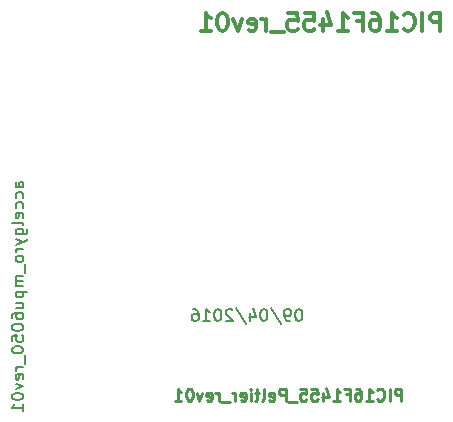
<source format=gbo>
G04 #@! TF.FileFunction,Legend,Bot*
%FSLAX46Y46*%
G04 Gerber Fmt 4.6, Leading zero omitted, Abs format (unit mm)*
G04 Created by KiCad (PCBNEW 4.0.3+e1-6302~38~ubuntu14.04.1-stable) date Sun Sep  4 16:46:07 2016*
%MOMM*%
%LPD*%
G01*
G04 APERTURE LIST*
%ADD10C,0.150000*%
%ADD11C,0.300000*%
%ADD12C,0.250000*%
%ADD13C,0.200000*%
G04 APERTURE END LIST*
D10*
D11*
X183857140Y-58928571D02*
X183857140Y-57428571D01*
X183285712Y-57428571D01*
X183142854Y-57500000D01*
X183071426Y-57571429D01*
X182999997Y-57714286D01*
X182999997Y-57928571D01*
X183071426Y-58071429D01*
X183142854Y-58142857D01*
X183285712Y-58214286D01*
X183857140Y-58214286D01*
X182357140Y-58928571D02*
X182357140Y-57428571D01*
X180785711Y-58785714D02*
X180857140Y-58857143D01*
X181071426Y-58928571D01*
X181214283Y-58928571D01*
X181428568Y-58857143D01*
X181571426Y-58714286D01*
X181642854Y-58571429D01*
X181714283Y-58285714D01*
X181714283Y-58071429D01*
X181642854Y-57785714D01*
X181571426Y-57642857D01*
X181428568Y-57500000D01*
X181214283Y-57428571D01*
X181071426Y-57428571D01*
X180857140Y-57500000D01*
X180785711Y-57571429D01*
X179357140Y-58928571D02*
X180214283Y-58928571D01*
X179785711Y-58928571D02*
X179785711Y-57428571D01*
X179928568Y-57642857D01*
X180071426Y-57785714D01*
X180214283Y-57857143D01*
X178071426Y-57428571D02*
X178357140Y-57428571D01*
X178499997Y-57500000D01*
X178571426Y-57571429D01*
X178714283Y-57785714D01*
X178785712Y-58071429D01*
X178785712Y-58642857D01*
X178714283Y-58785714D01*
X178642855Y-58857143D01*
X178499997Y-58928571D01*
X178214283Y-58928571D01*
X178071426Y-58857143D01*
X177999997Y-58785714D01*
X177928569Y-58642857D01*
X177928569Y-58285714D01*
X177999997Y-58142857D01*
X178071426Y-58071429D01*
X178214283Y-58000000D01*
X178499997Y-58000000D01*
X178642855Y-58071429D01*
X178714283Y-58142857D01*
X178785712Y-58285714D01*
X176785712Y-58142857D02*
X177285712Y-58142857D01*
X177285712Y-58928571D02*
X177285712Y-57428571D01*
X176571426Y-57428571D01*
X175214284Y-58928571D02*
X176071427Y-58928571D01*
X175642855Y-58928571D02*
X175642855Y-57428571D01*
X175785712Y-57642857D01*
X175928570Y-57785714D01*
X176071427Y-57857143D01*
X173928570Y-57928571D02*
X173928570Y-58928571D01*
X174285713Y-57357143D02*
X174642856Y-58428571D01*
X173714284Y-58428571D01*
X172428570Y-57428571D02*
X173142856Y-57428571D01*
X173214285Y-58142857D01*
X173142856Y-58071429D01*
X172999999Y-58000000D01*
X172642856Y-58000000D01*
X172499999Y-58071429D01*
X172428570Y-58142857D01*
X172357142Y-58285714D01*
X172357142Y-58642857D01*
X172428570Y-58785714D01*
X172499999Y-58857143D01*
X172642856Y-58928571D01*
X172999999Y-58928571D01*
X173142856Y-58857143D01*
X173214285Y-58785714D01*
X170999999Y-57428571D02*
X171714285Y-57428571D01*
X171785714Y-58142857D01*
X171714285Y-58071429D01*
X171571428Y-58000000D01*
X171214285Y-58000000D01*
X171071428Y-58071429D01*
X170999999Y-58142857D01*
X170928571Y-58285714D01*
X170928571Y-58642857D01*
X170999999Y-58785714D01*
X171071428Y-58857143D01*
X171214285Y-58928571D01*
X171571428Y-58928571D01*
X171714285Y-58857143D01*
X171785714Y-58785714D01*
X170642857Y-59071429D02*
X169500000Y-59071429D01*
X169142857Y-58928571D02*
X169142857Y-57928571D01*
X169142857Y-58214286D02*
X169071429Y-58071429D01*
X169000000Y-58000000D01*
X168857143Y-57928571D01*
X168714286Y-57928571D01*
X167642858Y-58857143D02*
X167785715Y-58928571D01*
X168071429Y-58928571D01*
X168214286Y-58857143D01*
X168285715Y-58714286D01*
X168285715Y-58142857D01*
X168214286Y-58000000D01*
X168071429Y-57928571D01*
X167785715Y-57928571D01*
X167642858Y-58000000D01*
X167571429Y-58142857D01*
X167571429Y-58285714D01*
X168285715Y-58428571D01*
X167071429Y-57928571D02*
X166714286Y-58928571D01*
X166357144Y-57928571D01*
X165500001Y-57428571D02*
X165357144Y-57428571D01*
X165214287Y-57500000D01*
X165142858Y-57571429D01*
X165071429Y-57714286D01*
X165000001Y-58000000D01*
X165000001Y-58357143D01*
X165071429Y-58642857D01*
X165142858Y-58785714D01*
X165214287Y-58857143D01*
X165357144Y-58928571D01*
X165500001Y-58928571D01*
X165642858Y-58857143D01*
X165714287Y-58785714D01*
X165785715Y-58642857D01*
X165857144Y-58357143D01*
X165857144Y-58000000D01*
X165785715Y-57714286D01*
X165714287Y-57571429D01*
X165642858Y-57500000D01*
X165500001Y-57428571D01*
X163571430Y-58928571D02*
X164428573Y-58928571D01*
X164000001Y-58928571D02*
X164000001Y-57428571D01*
X164142858Y-57642857D01*
X164285716Y-57785714D01*
X164428573Y-57857143D01*
D12*
X180571430Y-90252381D02*
X180571430Y-89252381D01*
X180190477Y-89252381D01*
X180095239Y-89300000D01*
X180047620Y-89347619D01*
X180000001Y-89442857D01*
X180000001Y-89585714D01*
X180047620Y-89680952D01*
X180095239Y-89728571D01*
X180190477Y-89776190D01*
X180571430Y-89776190D01*
X179571430Y-90252381D02*
X179571430Y-89252381D01*
X178523811Y-90157143D02*
X178571430Y-90204762D01*
X178714287Y-90252381D01*
X178809525Y-90252381D01*
X178952383Y-90204762D01*
X179047621Y-90109524D01*
X179095240Y-90014286D01*
X179142859Y-89823810D01*
X179142859Y-89680952D01*
X179095240Y-89490476D01*
X179047621Y-89395238D01*
X178952383Y-89300000D01*
X178809525Y-89252381D01*
X178714287Y-89252381D01*
X178571430Y-89300000D01*
X178523811Y-89347619D01*
X177571430Y-90252381D02*
X178142859Y-90252381D01*
X177857145Y-90252381D02*
X177857145Y-89252381D01*
X177952383Y-89395238D01*
X178047621Y-89490476D01*
X178142859Y-89538095D01*
X176714287Y-89252381D02*
X176904764Y-89252381D01*
X177000002Y-89300000D01*
X177047621Y-89347619D01*
X177142859Y-89490476D01*
X177190478Y-89680952D01*
X177190478Y-90061905D01*
X177142859Y-90157143D01*
X177095240Y-90204762D01*
X177000002Y-90252381D01*
X176809525Y-90252381D01*
X176714287Y-90204762D01*
X176666668Y-90157143D01*
X176619049Y-90061905D01*
X176619049Y-89823810D01*
X176666668Y-89728571D01*
X176714287Y-89680952D01*
X176809525Y-89633333D01*
X177000002Y-89633333D01*
X177095240Y-89680952D01*
X177142859Y-89728571D01*
X177190478Y-89823810D01*
X175857144Y-89728571D02*
X176190478Y-89728571D01*
X176190478Y-90252381D02*
X176190478Y-89252381D01*
X175714287Y-89252381D01*
X174809525Y-90252381D02*
X175380954Y-90252381D01*
X175095240Y-90252381D02*
X175095240Y-89252381D01*
X175190478Y-89395238D01*
X175285716Y-89490476D01*
X175380954Y-89538095D01*
X173952382Y-89585714D02*
X173952382Y-90252381D01*
X174190478Y-89204762D02*
X174428573Y-89919048D01*
X173809525Y-89919048D01*
X172952382Y-89252381D02*
X173428573Y-89252381D01*
X173476192Y-89728571D01*
X173428573Y-89680952D01*
X173333335Y-89633333D01*
X173095239Y-89633333D01*
X173000001Y-89680952D01*
X172952382Y-89728571D01*
X172904763Y-89823810D01*
X172904763Y-90061905D01*
X172952382Y-90157143D01*
X173000001Y-90204762D01*
X173095239Y-90252381D01*
X173333335Y-90252381D01*
X173428573Y-90204762D01*
X173476192Y-90157143D01*
X172000001Y-89252381D02*
X172476192Y-89252381D01*
X172523811Y-89728571D01*
X172476192Y-89680952D01*
X172380954Y-89633333D01*
X172142858Y-89633333D01*
X172047620Y-89680952D01*
X172000001Y-89728571D01*
X171952382Y-89823810D01*
X171952382Y-90061905D01*
X172000001Y-90157143D01*
X172047620Y-90204762D01*
X172142858Y-90252381D01*
X172380954Y-90252381D01*
X172476192Y-90204762D01*
X172523811Y-90157143D01*
X171761906Y-90347619D02*
X171000001Y-90347619D01*
X170761906Y-90252381D02*
X170761906Y-89252381D01*
X170380953Y-89252381D01*
X170285715Y-89300000D01*
X170238096Y-89347619D01*
X170190477Y-89442857D01*
X170190477Y-89585714D01*
X170238096Y-89680952D01*
X170285715Y-89728571D01*
X170380953Y-89776190D01*
X170761906Y-89776190D01*
X169380953Y-90204762D02*
X169476191Y-90252381D01*
X169666668Y-90252381D01*
X169761906Y-90204762D01*
X169809525Y-90109524D01*
X169809525Y-89728571D01*
X169761906Y-89633333D01*
X169666668Y-89585714D01*
X169476191Y-89585714D01*
X169380953Y-89633333D01*
X169333334Y-89728571D01*
X169333334Y-89823810D01*
X169809525Y-89919048D01*
X168761906Y-90252381D02*
X168857144Y-90204762D01*
X168904763Y-90109524D01*
X168904763Y-89252381D01*
X168523810Y-89585714D02*
X168142858Y-89585714D01*
X168380953Y-89252381D02*
X168380953Y-90109524D01*
X168333334Y-90204762D01*
X168238096Y-90252381D01*
X168142858Y-90252381D01*
X167809524Y-90252381D02*
X167809524Y-89585714D01*
X167809524Y-89252381D02*
X167857143Y-89300000D01*
X167809524Y-89347619D01*
X167761905Y-89300000D01*
X167809524Y-89252381D01*
X167809524Y-89347619D01*
X166952381Y-90204762D02*
X167047619Y-90252381D01*
X167238096Y-90252381D01*
X167333334Y-90204762D01*
X167380953Y-90109524D01*
X167380953Y-89728571D01*
X167333334Y-89633333D01*
X167238096Y-89585714D01*
X167047619Y-89585714D01*
X166952381Y-89633333D01*
X166904762Y-89728571D01*
X166904762Y-89823810D01*
X167380953Y-89919048D01*
X166476191Y-90252381D02*
X166476191Y-89585714D01*
X166476191Y-89776190D02*
X166428572Y-89680952D01*
X166380953Y-89633333D01*
X166285715Y-89585714D01*
X166190476Y-89585714D01*
X166095238Y-90347619D02*
X165333333Y-90347619D01*
X165095238Y-90252381D02*
X165095238Y-89585714D01*
X165095238Y-89776190D02*
X165047619Y-89680952D01*
X165000000Y-89633333D01*
X164904762Y-89585714D01*
X164809523Y-89585714D01*
X164095237Y-90204762D02*
X164190475Y-90252381D01*
X164380952Y-90252381D01*
X164476190Y-90204762D01*
X164523809Y-90109524D01*
X164523809Y-89728571D01*
X164476190Y-89633333D01*
X164380952Y-89585714D01*
X164190475Y-89585714D01*
X164095237Y-89633333D01*
X164047618Y-89728571D01*
X164047618Y-89823810D01*
X164523809Y-89919048D01*
X163714285Y-89585714D02*
X163476190Y-90252381D01*
X163238094Y-89585714D01*
X162666666Y-89252381D02*
X162571427Y-89252381D01*
X162476189Y-89300000D01*
X162428570Y-89347619D01*
X162380951Y-89442857D01*
X162333332Y-89633333D01*
X162333332Y-89871429D01*
X162380951Y-90061905D01*
X162428570Y-90157143D01*
X162476189Y-90204762D01*
X162571427Y-90252381D01*
X162666666Y-90252381D01*
X162761904Y-90204762D01*
X162809523Y-90157143D01*
X162857142Y-90061905D01*
X162904761Y-89871429D01*
X162904761Y-89633333D01*
X162857142Y-89442857D01*
X162809523Y-89347619D01*
X162761904Y-89300000D01*
X162666666Y-89252381D01*
X161380951Y-90252381D02*
X161952380Y-90252381D01*
X161666666Y-90252381D02*
X161666666Y-89252381D01*
X161761904Y-89395238D01*
X161857142Y-89490476D01*
X161952380Y-89538095D01*
D13*
X171928572Y-82502381D02*
X171833333Y-82502381D01*
X171738095Y-82550000D01*
X171690476Y-82597619D01*
X171642857Y-82692857D01*
X171595238Y-82883333D01*
X171595238Y-83121429D01*
X171642857Y-83311905D01*
X171690476Y-83407143D01*
X171738095Y-83454762D01*
X171833333Y-83502381D01*
X171928572Y-83502381D01*
X172023810Y-83454762D01*
X172071429Y-83407143D01*
X172119048Y-83311905D01*
X172166667Y-83121429D01*
X172166667Y-82883333D01*
X172119048Y-82692857D01*
X172071429Y-82597619D01*
X172023810Y-82550000D01*
X171928572Y-82502381D01*
X171119048Y-83502381D02*
X170928572Y-83502381D01*
X170833333Y-83454762D01*
X170785714Y-83407143D01*
X170690476Y-83264286D01*
X170642857Y-83073810D01*
X170642857Y-82692857D01*
X170690476Y-82597619D01*
X170738095Y-82550000D01*
X170833333Y-82502381D01*
X171023810Y-82502381D01*
X171119048Y-82550000D01*
X171166667Y-82597619D01*
X171214286Y-82692857D01*
X171214286Y-82930952D01*
X171166667Y-83026190D01*
X171119048Y-83073810D01*
X171023810Y-83121429D01*
X170833333Y-83121429D01*
X170738095Y-83073810D01*
X170690476Y-83026190D01*
X170642857Y-82930952D01*
X169500000Y-82454762D02*
X170357143Y-83740476D01*
X168976191Y-82502381D02*
X168880952Y-82502381D01*
X168785714Y-82550000D01*
X168738095Y-82597619D01*
X168690476Y-82692857D01*
X168642857Y-82883333D01*
X168642857Y-83121429D01*
X168690476Y-83311905D01*
X168738095Y-83407143D01*
X168785714Y-83454762D01*
X168880952Y-83502381D01*
X168976191Y-83502381D01*
X169071429Y-83454762D01*
X169119048Y-83407143D01*
X169166667Y-83311905D01*
X169214286Y-83121429D01*
X169214286Y-82883333D01*
X169166667Y-82692857D01*
X169119048Y-82597619D01*
X169071429Y-82550000D01*
X168976191Y-82502381D01*
X167785714Y-82835714D02*
X167785714Y-83502381D01*
X168023810Y-82454762D02*
X168261905Y-83169048D01*
X167642857Y-83169048D01*
X166547619Y-82454762D02*
X167404762Y-83740476D01*
X166261905Y-82597619D02*
X166214286Y-82550000D01*
X166119048Y-82502381D01*
X165880952Y-82502381D01*
X165785714Y-82550000D01*
X165738095Y-82597619D01*
X165690476Y-82692857D01*
X165690476Y-82788095D01*
X165738095Y-82930952D01*
X166309524Y-83502381D01*
X165690476Y-83502381D01*
X165071429Y-82502381D02*
X164976190Y-82502381D01*
X164880952Y-82550000D01*
X164833333Y-82597619D01*
X164785714Y-82692857D01*
X164738095Y-82883333D01*
X164738095Y-83121429D01*
X164785714Y-83311905D01*
X164833333Y-83407143D01*
X164880952Y-83454762D01*
X164976190Y-83502381D01*
X165071429Y-83502381D01*
X165166667Y-83454762D01*
X165214286Y-83407143D01*
X165261905Y-83311905D01*
X165309524Y-83121429D01*
X165309524Y-82883333D01*
X165261905Y-82692857D01*
X165214286Y-82597619D01*
X165166667Y-82550000D01*
X165071429Y-82502381D01*
X163785714Y-83502381D02*
X164357143Y-83502381D01*
X164071429Y-83502381D02*
X164071429Y-82502381D01*
X164166667Y-82645238D01*
X164261905Y-82740476D01*
X164357143Y-82788095D01*
X162928571Y-82502381D02*
X163119048Y-82502381D01*
X163214286Y-82550000D01*
X163261905Y-82597619D01*
X163357143Y-82740476D01*
X163404762Y-82930952D01*
X163404762Y-83311905D01*
X163357143Y-83407143D01*
X163309524Y-83454762D01*
X163214286Y-83502381D01*
X163023809Y-83502381D01*
X162928571Y-83454762D01*
X162880952Y-83407143D01*
X162833333Y-83311905D01*
X162833333Y-83073810D01*
X162880952Y-82978571D01*
X162928571Y-82930952D01*
X163023809Y-82883333D01*
X163214286Y-82883333D01*
X163309524Y-82930952D01*
X163357143Y-82978571D01*
X163404762Y-83073810D01*
D10*
X148577381Y-72186904D02*
X148053571Y-72186904D01*
X147958333Y-72139285D01*
X147910714Y-72044047D01*
X147910714Y-71853570D01*
X147958333Y-71758332D01*
X148529762Y-72186904D02*
X148577381Y-72091666D01*
X148577381Y-71853570D01*
X148529762Y-71758332D01*
X148434524Y-71710713D01*
X148339286Y-71710713D01*
X148244048Y-71758332D01*
X148196429Y-71853570D01*
X148196429Y-72091666D01*
X148148810Y-72186904D01*
X148529762Y-73091666D02*
X148577381Y-72996428D01*
X148577381Y-72805951D01*
X148529762Y-72710713D01*
X148482143Y-72663094D01*
X148386905Y-72615475D01*
X148101190Y-72615475D01*
X148005952Y-72663094D01*
X147958333Y-72710713D01*
X147910714Y-72805951D01*
X147910714Y-72996428D01*
X147958333Y-73091666D01*
X148529762Y-73948809D02*
X148577381Y-73853571D01*
X148577381Y-73663094D01*
X148529762Y-73567856D01*
X148482143Y-73520237D01*
X148386905Y-73472618D01*
X148101190Y-73472618D01*
X148005952Y-73520237D01*
X147958333Y-73567856D01*
X147910714Y-73663094D01*
X147910714Y-73853571D01*
X147958333Y-73948809D01*
X148529762Y-74758333D02*
X148577381Y-74663095D01*
X148577381Y-74472618D01*
X148529762Y-74377380D01*
X148434524Y-74329761D01*
X148053571Y-74329761D01*
X147958333Y-74377380D01*
X147910714Y-74472618D01*
X147910714Y-74663095D01*
X147958333Y-74758333D01*
X148053571Y-74805952D01*
X148148810Y-74805952D01*
X148244048Y-74329761D01*
X148577381Y-75377380D02*
X148529762Y-75282142D01*
X148434524Y-75234523D01*
X147577381Y-75234523D01*
X147910714Y-76186905D02*
X148720238Y-76186905D01*
X148815476Y-76139286D01*
X148863095Y-76091667D01*
X148910714Y-75996428D01*
X148910714Y-75853571D01*
X148863095Y-75758333D01*
X148529762Y-76186905D02*
X148577381Y-76091667D01*
X148577381Y-75901190D01*
X148529762Y-75805952D01*
X148482143Y-75758333D01*
X148386905Y-75710714D01*
X148101190Y-75710714D01*
X148005952Y-75758333D01*
X147958333Y-75805952D01*
X147910714Y-75901190D01*
X147910714Y-76091667D01*
X147958333Y-76186905D01*
X147910714Y-76567857D02*
X148577381Y-76805952D01*
X147910714Y-77044048D02*
X148577381Y-76805952D01*
X148815476Y-76710714D01*
X148863095Y-76663095D01*
X148910714Y-76567857D01*
X148577381Y-77425000D02*
X147910714Y-77425000D01*
X148101190Y-77425000D02*
X148005952Y-77472619D01*
X147958333Y-77520238D01*
X147910714Y-77615476D01*
X147910714Y-77710715D01*
X148577381Y-78186905D02*
X148529762Y-78091667D01*
X148482143Y-78044048D01*
X148386905Y-77996429D01*
X148101190Y-77996429D01*
X148005952Y-78044048D01*
X147958333Y-78091667D01*
X147910714Y-78186905D01*
X147910714Y-78329763D01*
X147958333Y-78425001D01*
X148005952Y-78472620D01*
X148101190Y-78520239D01*
X148386905Y-78520239D01*
X148482143Y-78472620D01*
X148529762Y-78425001D01*
X148577381Y-78329763D01*
X148577381Y-78186905D01*
X148672619Y-78710715D02*
X148672619Y-79472620D01*
X148577381Y-79710715D02*
X147910714Y-79710715D01*
X148005952Y-79710715D02*
X147958333Y-79758334D01*
X147910714Y-79853572D01*
X147910714Y-79996430D01*
X147958333Y-80091668D01*
X148053571Y-80139287D01*
X148577381Y-80139287D01*
X148053571Y-80139287D02*
X147958333Y-80186906D01*
X147910714Y-80282144D01*
X147910714Y-80425001D01*
X147958333Y-80520239D01*
X148053571Y-80567858D01*
X148577381Y-80567858D01*
X147910714Y-81044048D02*
X148910714Y-81044048D01*
X147958333Y-81044048D02*
X147910714Y-81139286D01*
X147910714Y-81329763D01*
X147958333Y-81425001D01*
X148005952Y-81472620D01*
X148101190Y-81520239D01*
X148386905Y-81520239D01*
X148482143Y-81472620D01*
X148529762Y-81425001D01*
X148577381Y-81329763D01*
X148577381Y-81139286D01*
X148529762Y-81044048D01*
X147910714Y-82377382D02*
X148577381Y-82377382D01*
X147910714Y-81948810D02*
X148434524Y-81948810D01*
X148529762Y-81996429D01*
X148577381Y-82091667D01*
X148577381Y-82234525D01*
X148529762Y-82329763D01*
X148482143Y-82377382D01*
X147577381Y-83282144D02*
X147577381Y-83091667D01*
X147625000Y-82996429D01*
X147672619Y-82948810D01*
X147815476Y-82853572D01*
X148005952Y-82805953D01*
X148386905Y-82805953D01*
X148482143Y-82853572D01*
X148529762Y-82901191D01*
X148577381Y-82996429D01*
X148577381Y-83186906D01*
X148529762Y-83282144D01*
X148482143Y-83329763D01*
X148386905Y-83377382D01*
X148148810Y-83377382D01*
X148053571Y-83329763D01*
X148005952Y-83282144D01*
X147958333Y-83186906D01*
X147958333Y-82996429D01*
X148005952Y-82901191D01*
X148053571Y-82853572D01*
X148148810Y-82805953D01*
X147577381Y-83996429D02*
X147577381Y-84091668D01*
X147625000Y-84186906D01*
X147672619Y-84234525D01*
X147767857Y-84282144D01*
X147958333Y-84329763D01*
X148196429Y-84329763D01*
X148386905Y-84282144D01*
X148482143Y-84234525D01*
X148529762Y-84186906D01*
X148577381Y-84091668D01*
X148577381Y-83996429D01*
X148529762Y-83901191D01*
X148482143Y-83853572D01*
X148386905Y-83805953D01*
X148196429Y-83758334D01*
X147958333Y-83758334D01*
X147767857Y-83805953D01*
X147672619Y-83853572D01*
X147625000Y-83901191D01*
X147577381Y-83996429D01*
X147577381Y-85234525D02*
X147577381Y-84758334D01*
X148053571Y-84710715D01*
X148005952Y-84758334D01*
X147958333Y-84853572D01*
X147958333Y-85091668D01*
X148005952Y-85186906D01*
X148053571Y-85234525D01*
X148148810Y-85282144D01*
X148386905Y-85282144D01*
X148482143Y-85234525D01*
X148529762Y-85186906D01*
X148577381Y-85091668D01*
X148577381Y-84853572D01*
X148529762Y-84758334D01*
X148482143Y-84710715D01*
X147577381Y-85901191D02*
X147577381Y-85996430D01*
X147625000Y-86091668D01*
X147672619Y-86139287D01*
X147767857Y-86186906D01*
X147958333Y-86234525D01*
X148196429Y-86234525D01*
X148386905Y-86186906D01*
X148482143Y-86139287D01*
X148529762Y-86091668D01*
X148577381Y-85996430D01*
X148577381Y-85901191D01*
X148529762Y-85805953D01*
X148482143Y-85758334D01*
X148386905Y-85710715D01*
X148196429Y-85663096D01*
X147958333Y-85663096D01*
X147767857Y-85710715D01*
X147672619Y-85758334D01*
X147625000Y-85805953D01*
X147577381Y-85901191D01*
X148672619Y-86425001D02*
X148672619Y-87186906D01*
X148577381Y-87425001D02*
X147910714Y-87425001D01*
X148101190Y-87425001D02*
X148005952Y-87472620D01*
X147958333Y-87520239D01*
X147910714Y-87615477D01*
X147910714Y-87710716D01*
X148529762Y-88425002D02*
X148577381Y-88329764D01*
X148577381Y-88139287D01*
X148529762Y-88044049D01*
X148434524Y-87996430D01*
X148053571Y-87996430D01*
X147958333Y-88044049D01*
X147910714Y-88139287D01*
X147910714Y-88329764D01*
X147958333Y-88425002D01*
X148053571Y-88472621D01*
X148148810Y-88472621D01*
X148244048Y-87996430D01*
X147910714Y-88805954D02*
X148577381Y-89044049D01*
X147910714Y-89282145D01*
X147577381Y-89853573D02*
X147577381Y-89948812D01*
X147625000Y-90044050D01*
X147672619Y-90091669D01*
X147767857Y-90139288D01*
X147958333Y-90186907D01*
X148196429Y-90186907D01*
X148386905Y-90139288D01*
X148482143Y-90091669D01*
X148529762Y-90044050D01*
X148577381Y-89948812D01*
X148577381Y-89853573D01*
X148529762Y-89758335D01*
X148482143Y-89710716D01*
X148386905Y-89663097D01*
X148196429Y-89615478D01*
X147958333Y-89615478D01*
X147767857Y-89663097D01*
X147672619Y-89710716D01*
X147625000Y-89758335D01*
X147577381Y-89853573D01*
X148577381Y-91139288D02*
X148577381Y-90567859D01*
X148577381Y-90853573D02*
X147577381Y-90853573D01*
X147720238Y-90758335D01*
X147815476Y-90663097D01*
X147863095Y-90567859D01*
M02*

</source>
